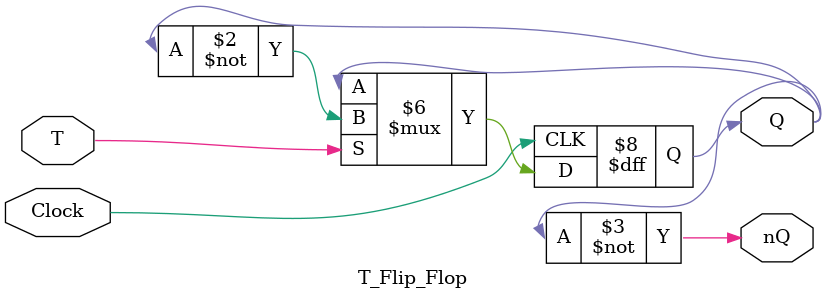
<source format=v>
module T_Flip_Flop(
    input T, Clock,
    output reg Q, 
    output nQ
);
    initial begin
        Q <= 0;
    end
    
    always @(posedge Clock) begin
        if (T) begin
            Q = ~Q;
        end
    end
    
    assign nQ = ~Q;
endmodule

</source>
